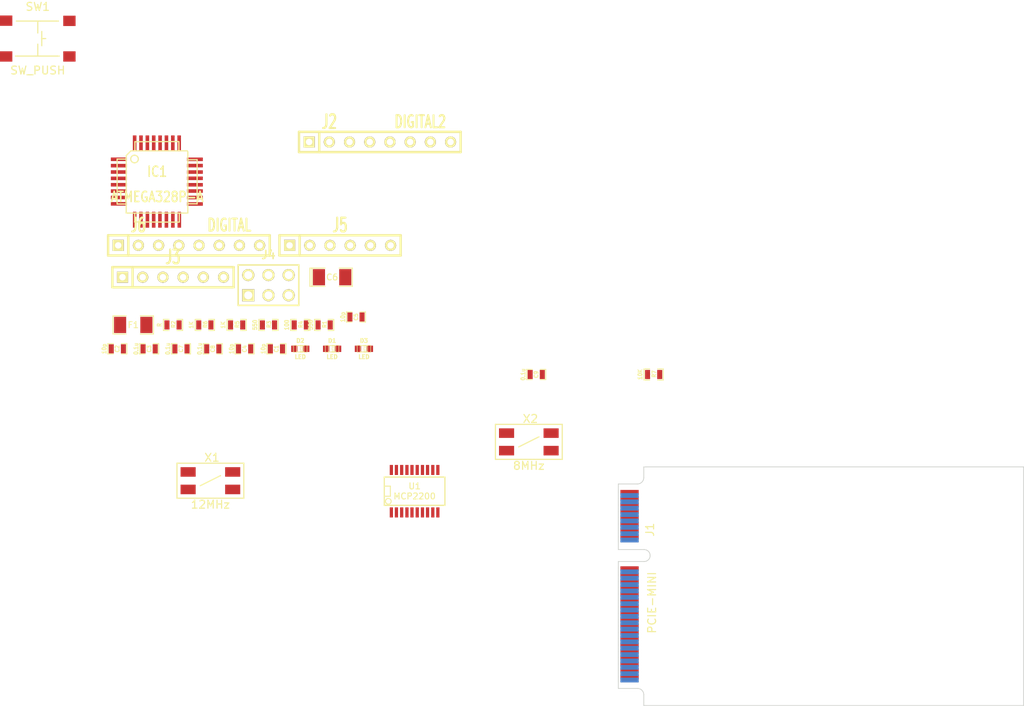
<source format=kicad_pcb>
(kicad_pcb (version 3) (host pcbnew "(2013-may-18)-stable")

  (general
    (links 101)
    (no_connects 101)
    (area 133.929999 85.789999 184.980001 115.890001)
    (thickness 1.6)
    (drawings 15)
    (tracks 0)
    (zones 0)
    (modules 31)
    (nets 41)
  )

  (page A3)
  (layers
    (15 F.Cu signal)
    (0 B.Cu signal)
    (16 B.Adhes user)
    (17 F.Adhes user)
    (18 B.Paste user)
    (19 F.Paste user)
    (20 B.SilkS user)
    (21 F.SilkS user)
    (22 B.Mask user)
    (23 F.Mask user)
    (24 Dwgs.User user)
    (25 Cmts.User user)
    (26 Eco1.User user)
    (27 Eco2.User user)
    (28 Edge.Cuts user)
  )

  (setup
    (last_trace_width 0.254)
    (trace_clearance 0.254)
    (zone_clearance 0.508)
    (zone_45_only no)
    (trace_min 0.254)
    (segment_width 0.2)
    (edge_width 0.1)
    (via_size 0.889)
    (via_drill 0.635)
    (via_min_size 0.889)
    (via_min_drill 0.508)
    (uvia_size 0.508)
    (uvia_drill 0.127)
    (uvias_allowed no)
    (uvia_min_size 0.508)
    (uvia_min_drill 0.127)
    (pcb_text_width 0.3)
    (pcb_text_size 1.5 1.5)
    (mod_edge_width 0.15)
    (mod_text_size 1 1)
    (mod_text_width 0.15)
    (pad_size 2.3 0.6)
    (pad_drill 0)
    (pad_to_mask_clearance 0)
    (aux_axis_origin 0 0)
    (visible_elements FFFFFFBF)
    (pcbplotparams
      (layerselection 3178497)
      (usegerberextensions true)
      (excludeedgelayer true)
      (linewidth 0.150000)
      (plotframeref false)
      (viasonmask false)
      (mode 1)
      (useauxorigin false)
      (hpglpennumber 1)
      (hpglpenspeed 20)
      (hpglpendiameter 15)
      (hpglpenoverlay 2)
      (psnegative false)
      (psa4output false)
      (plotreference true)
      (plotvalue true)
      (plotothertext true)
      (plotinvisibletext false)
      (padsonsilk false)
      (subtractmaskfromsilk false)
      (outputformat 1)
      (mirror false)
      (drillshape 1)
      (scaleselection 1)
      (outputdirectory ""))
  )

  (net 0 "")
  (net 1 /A0)
  (net 2 /A1)
  (net 3 /A2)
  (net 4 /A3)
  (net 5 /A4)
  (net 6 /A5)
  (net 7 /AREF)
  (net 8 /D10)
  (net 9 /D11/MOSI)
  (net 10 /D12/MISO)
  (net 11 /D13/SCK)
  (net 12 /D2)
  (net 13 /D3)
  (net 14 /D4)
  (net 15 /D5)
  (net 16 /D6)
  (net 17 /D7)
  (net 18 /D8)
  (net 19 /D9)
  (net 20 /DTR)
  (net 21 /RESET)
  (net 22 /RXI)
  (net 23 /TXO)
  (net 24 /USB_M)
  (net 25 /USB_P)
  (net 26 GND)
  (net 27 N-000001)
  (net 28 N-000002)
  (net 29 N-0000047)
  (net 30 N-0000048)
  (net 31 N-0000049)
  (net 32 N-0000057)
  (net 33 N-0000058)
  (net 34 N-0000059)
  (net 35 N-0000061)
  (net 36 N-0000062)
  (net 37 N-0000064)
  (net 38 N-0000085)
  (net 39 N-0000086)
  (net 40 VCC)

  (net_class Default "This is the default net class."
    (clearance 0.254)
    (trace_width 0.254)
    (via_dia 0.889)
    (via_drill 0.635)
    (uvia_dia 0.508)
    (uvia_drill 0.127)
    (add_net "")
    (add_net /A0)
    (add_net /A1)
    (add_net /A2)
    (add_net /A3)
    (add_net /A4)
    (add_net /A5)
    (add_net /AREF)
    (add_net /D10)
    (add_net /D11/MOSI)
    (add_net /D12/MISO)
    (add_net /D13/SCK)
    (add_net /D2)
    (add_net /D3)
    (add_net /D4)
    (add_net /D5)
    (add_net /D6)
    (add_net /D7)
    (add_net /D8)
    (add_net /D9)
    (add_net /DTR)
    (add_net /RESET)
    (add_net /RXI)
    (add_net /TXO)
    (add_net /USB_M)
    (add_net /USB_P)
    (add_net GND)
    (add_net N-000001)
    (add_net N-000002)
    (add_net N-0000047)
    (add_net N-0000048)
    (add_net N-0000049)
    (add_net N-0000057)
    (add_net N-0000058)
    (add_net N-0000059)
    (add_net N-0000061)
    (add_net N-0000062)
    (add_net N-0000064)
    (add_net N-0000085)
    (add_net N-0000086)
    (add_net VCC)
  )

  (module TQFP32 (layer F.Cu) (tedit 43A670DA) (tstamp 5437A2D5)
    (at 76 50)
    (path /53F6042B)
    (fp_text reference IC1 (at 0 -1.27) (layer F.SilkS)
      (effects (font (size 1.27 1.016) (thickness 0.2032)))
    )
    (fp_text value ATMEGA328P-A (at 0 1.905) (layer F.SilkS)
      (effects (font (size 1.27 1.016) (thickness 0.2032)))
    )
    (fp_line (start 5.0292 2.7686) (end 3.8862 2.7686) (layer F.SilkS) (width 0.1524))
    (fp_line (start 5.0292 -2.7686) (end 3.9116 -2.7686) (layer F.SilkS) (width 0.1524))
    (fp_line (start 5.0292 2.7686) (end 5.0292 -2.7686) (layer F.SilkS) (width 0.1524))
    (fp_line (start 2.794 3.9624) (end 2.794 5.0546) (layer F.SilkS) (width 0.1524))
    (fp_line (start -2.8194 3.9878) (end -2.8194 5.0546) (layer F.SilkS) (width 0.1524))
    (fp_line (start -2.8448 5.0546) (end 2.794 5.08) (layer F.SilkS) (width 0.1524))
    (fp_line (start -2.794 -5.0292) (end 2.7178 -5.0546) (layer F.SilkS) (width 0.1524))
    (fp_line (start -3.8862 -3.2766) (end -3.8862 3.9116) (layer F.SilkS) (width 0.1524))
    (fp_line (start 2.7432 -5.0292) (end 2.7432 -3.9878) (layer F.SilkS) (width 0.1524))
    (fp_line (start -3.2512 -3.8862) (end 3.81 -3.8862) (layer F.SilkS) (width 0.1524))
    (fp_line (start 3.8608 3.937) (end 3.8608 -3.7846) (layer F.SilkS) (width 0.1524))
    (fp_line (start -3.8862 3.937) (end 3.7338 3.937) (layer F.SilkS) (width 0.1524))
    (fp_line (start -5.0292 -2.8448) (end -5.0292 2.794) (layer F.SilkS) (width 0.1524))
    (fp_line (start -5.0292 2.794) (end -3.8862 2.794) (layer F.SilkS) (width 0.1524))
    (fp_line (start -3.87604 -3.302) (end -3.29184 -3.8862) (layer F.SilkS) (width 0.1524))
    (fp_line (start -5.02412 -2.8448) (end -3.87604 -2.8448) (layer F.SilkS) (width 0.1524))
    (fp_line (start -2.794 -3.8862) (end -2.794 -5.03428) (layer F.SilkS) (width 0.1524))
    (fp_circle (center -2.83972 -2.86004) (end -2.43332 -2.60604) (layer F.SilkS) (width 0.1524))
    (pad 8 smd rect (at -4.81584 2.77622) (size 1.99898 0.44958)
      (layers F.Cu F.Paste F.Mask)
      (net 27 N-000001)
    )
    (pad 7 smd rect (at -4.81584 1.97612) (size 1.99898 0.44958)
      (layers F.Cu F.Paste F.Mask)
      (net 28 N-000002)
    )
    (pad 6 smd rect (at -4.81584 1.17602) (size 1.99898 0.44958)
      (layers F.Cu F.Paste F.Mask)
      (net 40 VCC)
    )
    (pad 5 smd rect (at -4.81584 0.37592) (size 1.99898 0.44958)
      (layers F.Cu F.Paste F.Mask)
      (net 26 GND)
    )
    (pad 4 smd rect (at -4.81584 -0.42418) (size 1.99898 0.44958)
      (layers F.Cu F.Paste F.Mask)
      (net 40 VCC)
    )
    (pad 3 smd rect (at -4.81584 -1.22428) (size 1.99898 0.44958)
      (layers F.Cu F.Paste F.Mask)
      (net 26 GND)
    )
    (pad 2 smd rect (at -4.81584 -2.02438) (size 1.99898 0.44958)
      (layers F.Cu F.Paste F.Mask)
      (net 14 /D4)
    )
    (pad 1 smd rect (at -4.81584 -2.82448) (size 1.99898 0.44958)
      (layers F.Cu F.Paste F.Mask)
      (net 13 /D3)
    )
    (pad 24 smd rect (at 4.7498 -2.8194) (size 1.99898 0.44958)
      (layers F.Cu F.Paste F.Mask)
      (net 2 /A1)
    )
    (pad 17 smd rect (at 4.7498 2.794) (size 1.99898 0.44958)
      (layers F.Cu F.Paste F.Mask)
      (net 11 /D13/SCK)
    )
    (pad 18 smd rect (at 4.7498 1.9812) (size 1.99898 0.44958)
      (layers F.Cu F.Paste F.Mask)
      (net 40 VCC)
    )
    (pad 19 smd rect (at 4.7498 1.1684) (size 1.99898 0.44958)
      (layers F.Cu F.Paste F.Mask)
    )
    (pad 20 smd rect (at 4.7498 0.381) (size 1.99898 0.44958)
      (layers F.Cu F.Paste F.Mask)
      (net 7 /AREF)
    )
    (pad 21 smd rect (at 4.7498 -0.4318) (size 1.99898 0.44958)
      (layers F.Cu F.Paste F.Mask)
      (net 26 GND)
    )
    (pad 22 smd rect (at 4.7498 -1.2192) (size 1.99898 0.44958)
      (layers F.Cu F.Paste F.Mask)
    )
    (pad 23 smd rect (at 4.7498 -2.032) (size 1.99898 0.44958)
      (layers F.Cu F.Paste F.Mask)
      (net 1 /A0)
    )
    (pad 32 smd rect (at -2.82448 -4.826) (size 0.44958 1.99898)
      (layers F.Cu F.Paste F.Mask)
      (net 12 /D2)
    )
    (pad 31 smd rect (at -2.02692 -4.826) (size 0.44958 1.99898)
      (layers F.Cu F.Paste F.Mask)
      (net 23 /TXO)
    )
    (pad 30 smd rect (at -1.22428 -4.826) (size 0.44958 1.99898)
      (layers F.Cu F.Paste F.Mask)
      (net 22 /RXI)
    )
    (pad 29 smd rect (at -0.42672 -4.826) (size 0.44958 1.99898)
      (layers F.Cu F.Paste F.Mask)
      (net 21 /RESET)
    )
    (pad 28 smd rect (at 0.37592 -4.826) (size 0.44958 1.99898)
      (layers F.Cu F.Paste F.Mask)
      (net 6 /A5)
    )
    (pad 27 smd rect (at 1.17348 -4.826) (size 0.44958 1.99898)
      (layers F.Cu F.Paste F.Mask)
      (net 5 /A4)
    )
    (pad 26 smd rect (at 1.97612 -4.826) (size 0.44958 1.99898)
      (layers F.Cu F.Paste F.Mask)
      (net 4 /A3)
    )
    (pad 25 smd rect (at 2.77368 -4.826) (size 0.44958 1.99898)
      (layers F.Cu F.Paste F.Mask)
      (net 3 /A2)
    )
    (pad 9 smd rect (at -2.8194 4.7752) (size 0.44958 1.99898)
      (layers F.Cu F.Paste F.Mask)
      (net 15 /D5)
    )
    (pad 10 smd rect (at -2.032 4.7752) (size 0.44958 1.99898)
      (layers F.Cu F.Paste F.Mask)
      (net 16 /D6)
    )
    (pad 11 smd rect (at -1.2192 4.7752) (size 0.44958 1.99898)
      (layers F.Cu F.Paste F.Mask)
      (net 17 /D7)
    )
    (pad 12 smd rect (at -0.4318 4.7752) (size 0.44958 1.99898)
      (layers F.Cu F.Paste F.Mask)
      (net 18 /D8)
    )
    (pad 13 smd rect (at 0.3556 4.7752) (size 0.44958 1.99898)
      (layers F.Cu F.Paste F.Mask)
      (net 19 /D9)
    )
    (pad 14 smd rect (at 1.1684 4.7752) (size 0.44958 1.99898)
      (layers F.Cu F.Paste F.Mask)
      (net 8 /D10)
    )
    (pad 15 smd rect (at 1.9812 4.7752) (size 0.44958 1.99898)
      (layers F.Cu F.Paste F.Mask)
      (net 9 /D11/MOSI)
    )
    (pad 16 smd rect (at 2.794 4.7752) (size 0.44958 1.99898)
      (layers F.Cu F.Paste F.Mask)
      (net 10 /D12/MISO)
    )
    (model smd/tqfp32.wrl
      (at (xyz 0 0 0))
      (scale (xyz 1 1 1))
      (rotate (xyz 0 0 0))
    )
  )

  (module SM1206POL (layer F.Cu) (tedit 42806E4C) (tstamp 5437A30C)
    (at 98 62)
    (path /53FA01C2)
    (attr smd)
    (fp_text reference C6 (at 0 0) (layer F.SilkS)
      (effects (font (size 0.762 0.762) (thickness 0.127)))
    )
    (fp_text value 10u (at 0 0) (layer F.SilkS) hide
      (effects (font (size 0.762 0.762) (thickness 0.127)))
    )
    (fp_line (start -2.54 -1.143) (end -2.794 -1.143) (layer F.SilkS) (width 0.127))
    (fp_line (start -2.794 -1.143) (end -2.794 1.143) (layer F.SilkS) (width 0.127))
    (fp_line (start -2.794 1.143) (end -2.54 1.143) (layer F.SilkS) (width 0.127))
    (fp_line (start -2.54 -1.143) (end -2.54 1.143) (layer F.SilkS) (width 0.127))
    (fp_line (start -2.54 1.143) (end -0.889 1.143) (layer F.SilkS) (width 0.127))
    (fp_line (start 0.889 -1.143) (end 2.54 -1.143) (layer F.SilkS) (width 0.127))
    (fp_line (start 2.54 -1.143) (end 2.54 1.143) (layer F.SilkS) (width 0.127))
    (fp_line (start 2.54 1.143) (end 0.889 1.143) (layer F.SilkS) (width 0.127))
    (fp_line (start -0.889 -1.143) (end -2.54 -1.143) (layer F.SilkS) (width 0.127))
    (pad 1 smd rect (at -1.651 0) (size 1.524 2.032)
      (layers F.Cu F.Paste F.Mask)
      (net 40 VCC)
    )
    (pad 2 smd rect (at 1.651 0) (size 1.524 2.032)
      (layers F.Cu F.Paste F.Mask)
      (net 26 GND)
    )
    (model smd/chip_cms_pol.wrl
      (at (xyz 0 0 0))
      (scale (xyz 0.17 0.16 0.16))
      (rotate (xyz 0 0 0))
    )
  )

  (module SM1206 (layer F.Cu) (tedit 42806E24) (tstamp 5437A318)
    (at 73 68)
    (path /53F9F576)
    (attr smd)
    (fp_text reference F1 (at 0 0) (layer F.SilkS)
      (effects (font (size 0.762 0.762) (thickness 0.127)))
    )
    (fp_text value FUSE (at 0 0) (layer F.SilkS) hide
      (effects (font (size 0.762 0.762) (thickness 0.127)))
    )
    (fp_line (start -2.54 -1.143) (end -2.54 1.143) (layer F.SilkS) (width 0.127))
    (fp_line (start -2.54 1.143) (end -0.889 1.143) (layer F.SilkS) (width 0.127))
    (fp_line (start 0.889 -1.143) (end 2.54 -1.143) (layer F.SilkS) (width 0.127))
    (fp_line (start 2.54 -1.143) (end 2.54 1.143) (layer F.SilkS) (width 0.127))
    (fp_line (start 2.54 1.143) (end 0.889 1.143) (layer F.SilkS) (width 0.127))
    (fp_line (start -0.889 -1.143) (end -2.54 -1.143) (layer F.SilkS) (width 0.127))
    (pad 1 smd rect (at -1.651 0) (size 1.524 2.032)
      (layers F.Cu F.Paste F.Mask)
      (net 37 N-0000064)
    )
    (pad 2 smd rect (at 1.651 0) (size 1.524 2.032)
      (layers F.Cu F.Paste F.Mask)
      (net 40 VCC)
    )
    (model smd/chip_cms.wrl
      (at (xyz 0 0 0))
      (scale (xyz 0.17 0.16 0.16))
      (rotate (xyz 0 0 0))
    )
  )

  (module SM0603_Resistor (layer F.Cu) (tedit 5051B21B) (tstamp 5437A324)
    (at 78 68)
    (path /549E6F7D)
    (attr smd)
    (fp_text reference R2 (at 0.0635 -0.0635 90) (layer F.SilkS)
      (effects (font (size 0.50038 0.4572) (thickness 0.1143)))
    )
    (fp_text value R (at -1.69926 0 90) (layer F.SilkS)
      (effects (font (size 0.508 0.4572) (thickness 0.1143)))
    )
    (fp_line (start -0.50038 -0.6985) (end -1.2065 -0.6985) (layer F.SilkS) (width 0.127))
    (fp_line (start -1.2065 -0.6985) (end -1.2065 0.6985) (layer F.SilkS) (width 0.127))
    (fp_line (start -1.2065 0.6985) (end -0.50038 0.6985) (layer F.SilkS) (width 0.127))
    (fp_line (start 1.2065 -0.6985) (end 0.50038 -0.6985) (layer F.SilkS) (width 0.127))
    (fp_line (start 1.2065 -0.6985) (end 1.2065 0.6985) (layer F.SilkS) (width 0.127))
    (fp_line (start 1.2065 0.6985) (end 0.50038 0.6985) (layer F.SilkS) (width 0.127))
    (pad 1 smd rect (at -0.762 0) (size 0.635 1.143)
      (layers F.Cu F.Paste F.Mask)
      (net 40 VCC)
    )
    (pad 2 smd rect (at 0.762 0) (size 0.635 1.143)
      (layers F.Cu F.Paste F.Mask)
      (net 31 N-0000049)
    )
    (model smd\resistors\R0603.wrl
      (at (xyz 0 0 0.001))
      (scale (xyz 0.5 0.5 0.5))
      (rotate (xyz 0 0 0))
    )
  )

  (module SM0603_Resistor (layer F.Cu) (tedit 5051B21B) (tstamp 5437A330)
    (at 82 68)
    (path /53FA041F)
    (attr smd)
    (fp_text reference R6 (at 0.0635 -0.0635 90) (layer F.SilkS)
      (effects (font (size 0.50038 0.4572) (thickness 0.1143)))
    )
    (fp_text value 1K (at -1.69926 0 90) (layer F.SilkS)
      (effects (font (size 0.508 0.4572) (thickness 0.1143)))
    )
    (fp_line (start -0.50038 -0.6985) (end -1.2065 -0.6985) (layer F.SilkS) (width 0.127))
    (fp_line (start -1.2065 -0.6985) (end -1.2065 0.6985) (layer F.SilkS) (width 0.127))
    (fp_line (start -1.2065 0.6985) (end -0.50038 0.6985) (layer F.SilkS) (width 0.127))
    (fp_line (start 1.2065 -0.6985) (end 0.50038 -0.6985) (layer F.SilkS) (width 0.127))
    (fp_line (start 1.2065 -0.6985) (end 1.2065 0.6985) (layer F.SilkS) (width 0.127))
    (fp_line (start 1.2065 0.6985) (end 0.50038 0.6985) (layer F.SilkS) (width 0.127))
    (pad 1 smd rect (at -0.762 0) (size 0.635 1.143)
      (layers F.Cu F.Paste F.Mask)
      (net 23 /TXO)
    )
    (pad 2 smd rect (at 0.762 0) (size 0.635 1.143)
      (layers F.Cu F.Paste F.Mask)
      (net 38 N-0000085)
    )
    (model smd\resistors\R0603.wrl
      (at (xyz 0 0 0.001))
      (scale (xyz 0.5 0.5 0.5))
      (rotate (xyz 0 0 0))
    )
  )

  (module SM0603_Resistor (layer F.Cu) (tedit 5051B21B) (tstamp 5437A33C)
    (at 86 68)
    (path /53FA0410)
    (attr smd)
    (fp_text reference R5 (at 0.0635 -0.0635 90) (layer F.SilkS)
      (effects (font (size 0.50038 0.4572) (thickness 0.1143)))
    )
    (fp_text value 1K (at -1.69926 0 90) (layer F.SilkS)
      (effects (font (size 0.508 0.4572) (thickness 0.1143)))
    )
    (fp_line (start -0.50038 -0.6985) (end -1.2065 -0.6985) (layer F.SilkS) (width 0.127))
    (fp_line (start -1.2065 -0.6985) (end -1.2065 0.6985) (layer F.SilkS) (width 0.127))
    (fp_line (start -1.2065 0.6985) (end -0.50038 0.6985) (layer F.SilkS) (width 0.127))
    (fp_line (start 1.2065 -0.6985) (end 0.50038 -0.6985) (layer F.SilkS) (width 0.127))
    (fp_line (start 1.2065 -0.6985) (end 1.2065 0.6985) (layer F.SilkS) (width 0.127))
    (fp_line (start 1.2065 0.6985) (end 0.50038 0.6985) (layer F.SilkS) (width 0.127))
    (pad 1 smd rect (at -0.762 0) (size 0.635 1.143)
      (layers F.Cu F.Paste F.Mask)
      (net 22 /RXI)
    )
    (pad 2 smd rect (at 0.762 0) (size 0.635 1.143)
      (layers F.Cu F.Paste F.Mask)
      (net 39 N-0000086)
    )
    (model smd\resistors\R0603.wrl
      (at (xyz 0 0 0.001))
      (scale (xyz 0.5 0.5 0.5))
      (rotate (xyz 0 0 0))
    )
  )

  (module SM0603_Resistor (layer F.Cu) (tedit 5051B21B) (tstamp 5437A348)
    (at 90 68)
    (path /549E7788)
    (attr smd)
    (fp_text reference R3 (at 0.0635 -0.0635 90) (layer F.SilkS)
      (effects (font (size 0.50038 0.4572) (thickness 0.1143)))
    )
    (fp_text value 550 (at -1.69926 0 90) (layer F.SilkS)
      (effects (font (size 0.508 0.4572) (thickness 0.1143)))
    )
    (fp_line (start -0.50038 -0.6985) (end -1.2065 -0.6985) (layer F.SilkS) (width 0.127))
    (fp_line (start -1.2065 -0.6985) (end -1.2065 0.6985) (layer F.SilkS) (width 0.127))
    (fp_line (start -1.2065 0.6985) (end -0.50038 0.6985) (layer F.SilkS) (width 0.127))
    (fp_line (start 1.2065 -0.6985) (end 0.50038 -0.6985) (layer F.SilkS) (width 0.127))
    (fp_line (start 1.2065 -0.6985) (end 1.2065 0.6985) (layer F.SilkS) (width 0.127))
    (fp_line (start 1.2065 0.6985) (end 0.50038 0.6985) (layer F.SilkS) (width 0.127))
    (pad 1 smd rect (at -0.762 0) (size 0.635 1.143)
      (layers F.Cu F.Paste F.Mask)
      (net 33 N-0000058)
    )
    (pad 2 smd rect (at 0.762 0) (size 0.635 1.143)
      (layers F.Cu F.Paste F.Mask)
      (net 40 VCC)
    )
    (model smd\resistors\R0603.wrl
      (at (xyz 0 0 0.001))
      (scale (xyz 0.5 0.5 0.5))
      (rotate (xyz 0 0 0))
    )
  )

  (module SM0603_Resistor (layer F.Cu) (tedit 5051B21B) (tstamp 5437A354)
    (at 94 68)
    (path /53FA0DC3)
    (attr smd)
    (fp_text reference R4 (at 0.0635 -0.0635 90) (layer F.SilkS)
      (effects (font (size 0.50038 0.4572) (thickness 0.1143)))
    )
    (fp_text value 100 (at -1.69926 0 90) (layer F.SilkS)
      (effects (font (size 0.508 0.4572) (thickness 0.1143)))
    )
    (fp_line (start -0.50038 -0.6985) (end -1.2065 -0.6985) (layer F.SilkS) (width 0.127))
    (fp_line (start -1.2065 -0.6985) (end -1.2065 0.6985) (layer F.SilkS) (width 0.127))
    (fp_line (start -1.2065 0.6985) (end -0.50038 0.6985) (layer F.SilkS) (width 0.127))
    (fp_line (start 1.2065 -0.6985) (end 0.50038 -0.6985) (layer F.SilkS) (width 0.127))
    (fp_line (start 1.2065 -0.6985) (end 1.2065 0.6985) (layer F.SilkS) (width 0.127))
    (fp_line (start 1.2065 0.6985) (end 0.50038 0.6985) (layer F.SilkS) (width 0.127))
    (pad 1 smd rect (at -0.762 0) (size 0.635 1.143)
      (layers F.Cu F.Paste F.Mask)
      (net 11 /D13/SCK)
    )
    (pad 2 smd rect (at 0.762 0) (size 0.635 1.143)
      (layers F.Cu F.Paste F.Mask)
      (net 34 N-0000059)
    )
    (model smd\resistors\R0603.wrl
      (at (xyz 0 0 0.001))
      (scale (xyz 0.5 0.5 0.5))
      (rotate (xyz 0 0 0))
    )
  )

  (module SM0603_Resistor (layer F.Cu) (tedit 5051B21B) (tstamp 5437A360)
    (at 97 68)
    (path /549E7779)
    (attr smd)
    (fp_text reference R1 (at 0.0635 -0.0635 90) (layer F.SilkS)
      (effects (font (size 0.50038 0.4572) (thickness 0.1143)))
    )
    (fp_text value 550 (at -1.69926 0 90) (layer F.SilkS)
      (effects (font (size 0.508 0.4572) (thickness 0.1143)))
    )
    (fp_line (start -0.50038 -0.6985) (end -1.2065 -0.6985) (layer F.SilkS) (width 0.127))
    (fp_line (start -1.2065 -0.6985) (end -1.2065 0.6985) (layer F.SilkS) (width 0.127))
    (fp_line (start -1.2065 0.6985) (end -0.50038 0.6985) (layer F.SilkS) (width 0.127))
    (fp_line (start 1.2065 -0.6985) (end 0.50038 -0.6985) (layer F.SilkS) (width 0.127))
    (fp_line (start 1.2065 -0.6985) (end 1.2065 0.6985) (layer F.SilkS) (width 0.127))
    (fp_line (start 1.2065 0.6985) (end 0.50038 0.6985) (layer F.SilkS) (width 0.127))
    (pad 1 smd rect (at -0.762 0) (size 0.635 1.143)
      (layers F.Cu F.Paste F.Mask)
      (net 32 N-0000057)
    )
    (pad 2 smd rect (at 0.762 0) (size 0.635 1.143)
      (layers F.Cu F.Paste F.Mask)
      (net 40 VCC)
    )
    (model smd\resistors\R0603.wrl
      (at (xyz 0 0 0.001))
      (scale (xyz 0.5 0.5 0.5))
      (rotate (xyz 0 0 0))
    )
  )

  (module SM0603_Capa (layer F.Cu) (tedit 5051B1EC) (tstamp 5437A36C)
    (at 91 71)
    (path /549E716D)
    (attr smd)
    (fp_text reference C1 (at 0 0 90) (layer F.SilkS)
      (effects (font (size 0.508 0.4572) (thickness 0.1143)))
    )
    (fp_text value 10p (at -1.651 0 90) (layer F.SilkS)
      (effects (font (size 0.508 0.4572) (thickness 0.1143)))
    )
    (fp_line (start 0.50038 0.65024) (end 1.19888 0.65024) (layer F.SilkS) (width 0.11938))
    (fp_line (start -0.50038 0.65024) (end -1.19888 0.65024) (layer F.SilkS) (width 0.11938))
    (fp_line (start 0.50038 -0.65024) (end 1.19888 -0.65024) (layer F.SilkS) (width 0.11938))
    (fp_line (start -1.19888 -0.65024) (end -0.50038 -0.65024) (layer F.SilkS) (width 0.11938))
    (fp_line (start 1.19888 -0.635) (end 1.19888 0.635) (layer F.SilkS) (width 0.11938))
    (fp_line (start -1.19888 0.635) (end -1.19888 -0.635) (layer F.SilkS) (width 0.11938))
    (pad 1 smd rect (at -0.762 0) (size 0.635 1.143)
      (layers F.Cu F.Paste F.Mask)
      (net 35 N-0000061)
    )
    (pad 2 smd rect (at 0.762 0) (size 0.635 1.143)
      (layers F.Cu F.Paste F.Mask)
      (net 26 GND)
    )
    (model smd\capacitors\C0603.wrl
      (at (xyz 0 0 0.001))
      (scale (xyz 0.5 0.5 0.5))
      (rotate (xyz 0 0 0))
    )
  )

  (module SM0603_Capa (layer F.Cu) (tedit 5051B1EC) (tstamp 5437A378)
    (at 87 71)
    (path /53F606AD)
    (attr smd)
    (fp_text reference C4 (at 0 0 90) (layer F.SilkS)
      (effects (font (size 0.508 0.4572) (thickness 0.1143)))
    )
    (fp_text value 10p (at -1.651 0 90) (layer F.SilkS)
      (effects (font (size 0.508 0.4572) (thickness 0.1143)))
    )
    (fp_line (start 0.50038 0.65024) (end 1.19888 0.65024) (layer F.SilkS) (width 0.11938))
    (fp_line (start -0.50038 0.65024) (end -1.19888 0.65024) (layer F.SilkS) (width 0.11938))
    (fp_line (start 0.50038 -0.65024) (end 1.19888 -0.65024) (layer F.SilkS) (width 0.11938))
    (fp_line (start -1.19888 -0.65024) (end -0.50038 -0.65024) (layer F.SilkS) (width 0.11938))
    (fp_line (start 1.19888 -0.635) (end 1.19888 0.635) (layer F.SilkS) (width 0.11938))
    (fp_line (start -1.19888 0.635) (end -1.19888 -0.635) (layer F.SilkS) (width 0.11938))
    (pad 1 smd rect (at -0.762 0) (size 0.635 1.143)
      (layers F.Cu F.Paste F.Mask)
      (net 28 N-000002)
    )
    (pad 2 smd rect (at 0.762 0) (size 0.635 1.143)
      (layers F.Cu F.Paste F.Mask)
      (net 26 GND)
    )
    (model smd\capacitors\C0603.wrl
      (at (xyz 0 0 0.001))
      (scale (xyz 0.5 0.5 0.5))
      (rotate (xyz 0 0 0))
    )
  )

  (module SM0603_Capa (layer F.Cu) (tedit 5051B1EC) (tstamp 5437A384)
    (at 101 67)
    (path /53F606BC)
    (attr smd)
    (fp_text reference C5 (at 0 0 90) (layer F.SilkS)
      (effects (font (size 0.508 0.4572) (thickness 0.1143)))
    )
    (fp_text value 10p (at -1.651 0 90) (layer F.SilkS)
      (effects (font (size 0.508 0.4572) (thickness 0.1143)))
    )
    (fp_line (start 0.50038 0.65024) (end 1.19888 0.65024) (layer F.SilkS) (width 0.11938))
    (fp_line (start -0.50038 0.65024) (end -1.19888 0.65024) (layer F.SilkS) (width 0.11938))
    (fp_line (start 0.50038 -0.65024) (end 1.19888 -0.65024) (layer F.SilkS) (width 0.11938))
    (fp_line (start -1.19888 -0.65024) (end -0.50038 -0.65024) (layer F.SilkS) (width 0.11938))
    (fp_line (start 1.19888 -0.635) (end 1.19888 0.635) (layer F.SilkS) (width 0.11938))
    (fp_line (start -1.19888 0.635) (end -1.19888 -0.635) (layer F.SilkS) (width 0.11938))
    (pad 1 smd rect (at -0.762 0) (size 0.635 1.143)
      (layers F.Cu F.Paste F.Mask)
      (net 27 N-000001)
    )
    (pad 2 smd rect (at 0.762 0) (size 0.635 1.143)
      (layers F.Cu F.Paste F.Mask)
      (net 26 GND)
    )
    (model smd\capacitors\C0603.wrl
      (at (xyz 0 0 0.001))
      (scale (xyz 0.5 0.5 0.5))
      (rotate (xyz 0 0 0))
    )
  )

  (module SM0603_Capa (layer F.Cu) (tedit 5051B1EC) (tstamp 5437A390)
    (at 83 71)
    (path /53F60A95)
    (attr smd)
    (fp_text reference C8 (at 0 0 90) (layer F.SilkS)
      (effects (font (size 0.508 0.4572) (thickness 0.1143)))
    )
    (fp_text value 0.1u (at -1.651 0 90) (layer F.SilkS)
      (effects (font (size 0.508 0.4572) (thickness 0.1143)))
    )
    (fp_line (start 0.50038 0.65024) (end 1.19888 0.65024) (layer F.SilkS) (width 0.11938))
    (fp_line (start -0.50038 0.65024) (end -1.19888 0.65024) (layer F.SilkS) (width 0.11938))
    (fp_line (start 0.50038 -0.65024) (end 1.19888 -0.65024) (layer F.SilkS) (width 0.11938))
    (fp_line (start -1.19888 -0.65024) (end -0.50038 -0.65024) (layer F.SilkS) (width 0.11938))
    (fp_line (start 1.19888 -0.635) (end 1.19888 0.635) (layer F.SilkS) (width 0.11938))
    (fp_line (start -1.19888 0.635) (end -1.19888 -0.635) (layer F.SilkS) (width 0.11938))
    (pad 1 smd rect (at -0.762 0) (size 0.635 1.143)
      (layers F.Cu F.Paste F.Mask)
      (net 21 /RESET)
    )
    (pad 2 smd rect (at 0.762 0) (size 0.635 1.143)
      (layers F.Cu F.Paste F.Mask)
      (net 20 /DTR)
    )
    (model smd\capacitors\C0603.wrl
      (at (xyz 0 0 0.001))
      (scale (xyz 0.5 0.5 0.5))
      (rotate (xyz 0 0 0))
    )
  )

  (module SM0603_Capa (layer F.Cu) (tedit 5051B1EC) (tstamp 5437A39C)
    (at 79 71)
    (path /53FA001F)
    (attr smd)
    (fp_text reference C7 (at 0 0 90) (layer F.SilkS)
      (effects (font (size 0.508 0.4572) (thickness 0.1143)))
    )
    (fp_text value 0.1u (at -1.651 0 90) (layer F.SilkS)
      (effects (font (size 0.508 0.4572) (thickness 0.1143)))
    )
    (fp_line (start 0.50038 0.65024) (end 1.19888 0.65024) (layer F.SilkS) (width 0.11938))
    (fp_line (start -0.50038 0.65024) (end -1.19888 0.65024) (layer F.SilkS) (width 0.11938))
    (fp_line (start 0.50038 -0.65024) (end 1.19888 -0.65024) (layer F.SilkS) (width 0.11938))
    (fp_line (start -1.19888 -0.65024) (end -0.50038 -0.65024) (layer F.SilkS) (width 0.11938))
    (fp_line (start 1.19888 -0.635) (end 1.19888 0.635) (layer F.SilkS) (width 0.11938))
    (fp_line (start -1.19888 0.635) (end -1.19888 -0.635) (layer F.SilkS) (width 0.11938))
    (pad 1 smd rect (at -0.762 0) (size 0.635 1.143)
      (layers F.Cu F.Paste F.Mask)
      (net 40 VCC)
    )
    (pad 2 smd rect (at 0.762 0) (size 0.635 1.143)
      (layers F.Cu F.Paste F.Mask)
      (net 26 GND)
    )
    (model smd\capacitors\C0603.wrl
      (at (xyz 0 0 0.001))
      (scale (xyz 0.5 0.5 0.5))
      (rotate (xyz 0 0 0))
    )
  )

  (module SM0603_Capa (layer F.Cu) (tedit 5051B1EC) (tstamp 5437A3A8)
    (at 75 71)
    (path /53F60B6F)
    (attr smd)
    (fp_text reference C3 (at 0 0 90) (layer F.SilkS)
      (effects (font (size 0.508 0.4572) (thickness 0.1143)))
    )
    (fp_text value 0.1u (at -1.651 0 90) (layer F.SilkS)
      (effects (font (size 0.508 0.4572) (thickness 0.1143)))
    )
    (fp_line (start 0.50038 0.65024) (end 1.19888 0.65024) (layer F.SilkS) (width 0.11938))
    (fp_line (start -0.50038 0.65024) (end -1.19888 0.65024) (layer F.SilkS) (width 0.11938))
    (fp_line (start 0.50038 -0.65024) (end 1.19888 -0.65024) (layer F.SilkS) (width 0.11938))
    (fp_line (start -1.19888 -0.65024) (end -0.50038 -0.65024) (layer F.SilkS) (width 0.11938))
    (fp_line (start 1.19888 -0.635) (end 1.19888 0.635) (layer F.SilkS) (width 0.11938))
    (fp_line (start -1.19888 0.635) (end -1.19888 -0.635) (layer F.SilkS) (width 0.11938))
    (pad 1 smd rect (at -0.762 0) (size 0.635 1.143)
      (layers F.Cu F.Paste F.Mask)
      (net 7 /AREF)
    )
    (pad 2 smd rect (at 0.762 0) (size 0.635 1.143)
      (layers F.Cu F.Paste F.Mask)
      (net 26 GND)
    )
    (model smd\capacitors\C0603.wrl
      (at (xyz 0 0 0.001))
      (scale (xyz 0.5 0.5 0.5))
      (rotate (xyz 0 0 0))
    )
  )

  (module SM0603_Capa (layer F.Cu) (tedit 5051B1EC) (tstamp 5437A3B4)
    (at 71 71)
    (path /549E717C)
    (attr smd)
    (fp_text reference C2 (at 0 0 90) (layer F.SilkS)
      (effects (font (size 0.508 0.4572) (thickness 0.1143)))
    )
    (fp_text value 10p (at -1.651 0 90) (layer F.SilkS)
      (effects (font (size 0.508 0.4572) (thickness 0.1143)))
    )
    (fp_line (start 0.50038 0.65024) (end 1.19888 0.65024) (layer F.SilkS) (width 0.11938))
    (fp_line (start -0.50038 0.65024) (end -1.19888 0.65024) (layer F.SilkS) (width 0.11938))
    (fp_line (start 0.50038 -0.65024) (end 1.19888 -0.65024) (layer F.SilkS) (width 0.11938))
    (fp_line (start -1.19888 -0.65024) (end -0.50038 -0.65024) (layer F.SilkS) (width 0.11938))
    (fp_line (start 1.19888 -0.635) (end 1.19888 0.635) (layer F.SilkS) (width 0.11938))
    (fp_line (start -1.19888 0.635) (end -1.19888 -0.635) (layer F.SilkS) (width 0.11938))
    (pad 1 smd rect (at -0.762 0) (size 0.635 1.143)
      (layers F.Cu F.Paste F.Mask)
      (net 36 N-0000062)
    )
    (pad 2 smd rect (at 0.762 0) (size 0.635 1.143)
      (layers F.Cu F.Paste F.Mask)
      (net 26 GND)
    )
    (model smd\capacitors\C0603.wrl
      (at (xyz 0 0 0.001))
      (scale (xyz 0.5 0.5 0.5))
      (rotate (xyz 0 0 0))
    )
  )

  (module SIL-8 (layer F.Cu) (tedit 200000) (tstamp 5437A3C5)
    (at 80 58)
    (descr "Connecteur 8 pins")
    (tags "CONN DEV")
    (path /53FA0335)
    (fp_text reference J6 (at -6.35 -2.54) (layer F.SilkS)
      (effects (font (size 1.72974 1.08712) (thickness 0.3048)))
    )
    (fp_text value DIGITAL (at 5.08 -2.54) (layer F.SilkS)
      (effects (font (size 1.524 1.016) (thickness 0.3048)))
    )
    (fp_line (start -10.16 -1.27) (end 10.16 -1.27) (layer F.SilkS) (width 0.3048))
    (fp_line (start 10.16 -1.27) (end 10.16 1.27) (layer F.SilkS) (width 0.3048))
    (fp_line (start 10.16 1.27) (end -10.16 1.27) (layer F.SilkS) (width 0.3048))
    (fp_line (start -10.16 1.27) (end -10.16 -1.27) (layer F.SilkS) (width 0.3048))
    (fp_line (start -7.62 1.27) (end -7.62 -1.27) (layer F.SilkS) (width 0.3048))
    (pad 1 thru_hole rect (at -8.89 0) (size 1.397 1.397) (drill 0.8128)
      (layers *.Cu *.Mask F.SilkS)
      (net 39 N-0000086)
    )
    (pad 2 thru_hole circle (at -6.35 0) (size 1.397 1.397) (drill 0.8128)
      (layers *.Cu *.Mask F.SilkS)
      (net 38 N-0000085)
    )
    (pad 3 thru_hole circle (at -3.81 0) (size 1.397 1.397) (drill 0.8128)
      (layers *.Cu *.Mask F.SilkS)
      (net 12 /D2)
    )
    (pad 4 thru_hole circle (at -1.27 0) (size 1.397 1.397) (drill 0.8128)
      (layers *.Cu *.Mask F.SilkS)
      (net 13 /D3)
    )
    (pad 5 thru_hole circle (at 1.27 0) (size 1.397 1.397) (drill 0.8128)
      (layers *.Cu *.Mask F.SilkS)
      (net 14 /D4)
    )
    (pad 6 thru_hole circle (at 3.81 0) (size 1.397 1.397) (drill 0.8128)
      (layers *.Cu *.Mask F.SilkS)
      (net 15 /D5)
    )
    (pad 7 thru_hole circle (at 6.35 0) (size 1.397 1.397) (drill 0.8128)
      (layers *.Cu *.Mask F.SilkS)
      (net 16 /D6)
    )
    (pad 8 thru_hole circle (at 8.89 0) (size 1.397 1.397) (drill 0.8128)
      (layers *.Cu *.Mask F.SilkS)
      (net 17 /D7)
    )
  )

  (module SIL-8 (layer F.Cu) (tedit 200000) (tstamp 5437A3D6)
    (at 104 45)
    (descr "Connecteur 8 pins")
    (tags "CONN DEV")
    (path /53FA0B08)
    (fp_text reference J2 (at -6.35 -2.54) (layer F.SilkS)
      (effects (font (size 1.72974 1.08712) (thickness 0.3048)))
    )
    (fp_text value DIGITAL2 (at 5.08 -2.54) (layer F.SilkS)
      (effects (font (size 1.524 1.016) (thickness 0.3048)))
    )
    (fp_line (start -10.16 -1.27) (end 10.16 -1.27) (layer F.SilkS) (width 0.3048))
    (fp_line (start 10.16 -1.27) (end 10.16 1.27) (layer F.SilkS) (width 0.3048))
    (fp_line (start 10.16 1.27) (end -10.16 1.27) (layer F.SilkS) (width 0.3048))
    (fp_line (start -10.16 1.27) (end -10.16 -1.27) (layer F.SilkS) (width 0.3048))
    (fp_line (start -7.62 1.27) (end -7.62 -1.27) (layer F.SilkS) (width 0.3048))
    (pad 1 thru_hole rect (at -8.89 0) (size 1.397 1.397) (drill 0.8128)
      (layers *.Cu *.Mask F.SilkS)
      (net 18 /D8)
    )
    (pad 2 thru_hole circle (at -6.35 0) (size 1.397 1.397) (drill 0.8128)
      (layers *.Cu *.Mask F.SilkS)
      (net 19 /D9)
    )
    (pad 3 thru_hole circle (at -3.81 0) (size 1.397 1.397) (drill 0.8128)
      (layers *.Cu *.Mask F.SilkS)
      (net 8 /D10)
    )
    (pad 4 thru_hole circle (at -1.27 0) (size 1.397 1.397) (drill 0.8128)
      (layers *.Cu *.Mask F.SilkS)
      (net 9 /D11/MOSI)
    )
    (pad 5 thru_hole circle (at 1.27 0) (size 1.397 1.397) (drill 0.8128)
      (layers *.Cu *.Mask F.SilkS)
      (net 10 /D12/MISO)
    )
    (pad 6 thru_hole circle (at 3.81 0) (size 1.397 1.397) (drill 0.8128)
      (layers *.Cu *.Mask F.SilkS)
      (net 11 /D13/SCK)
    )
    (pad 7 thru_hole circle (at 6.35 0) (size 1.397 1.397) (drill 0.8128)
      (layers *.Cu *.Mask F.SilkS)
      (net 26 GND)
    )
    (pad 8 thru_hole circle (at 8.89 0) (size 1.397 1.397) (drill 0.8128)
      (layers *.Cu *.Mask F.SilkS)
      (net 7 /AREF)
    )
  )

  (module SIL-6 (layer F.Cu) (tedit 200000) (tstamp 5437A3E5)
    (at 78 62)
    (descr "Connecteur 6 pins")
    (tags "CONN DEV")
    (path /53FA0B3F)
    (fp_text reference J3 (at 0 -2.54) (layer F.SilkS)
      (effects (font (size 1.72974 1.08712) (thickness 0.3048)))
    )
    (fp_text value POWER (at 0 -2.54) (layer F.SilkS) hide
      (effects (font (size 1.524 1.016) (thickness 0.3048)))
    )
    (fp_line (start -7.62 1.27) (end -7.62 -1.27) (layer F.SilkS) (width 0.3048))
    (fp_line (start -7.62 -1.27) (end 7.62 -1.27) (layer F.SilkS) (width 0.3048))
    (fp_line (start 7.62 -1.27) (end 7.62 1.27) (layer F.SilkS) (width 0.3048))
    (fp_line (start 7.62 1.27) (end -7.62 1.27) (layer F.SilkS) (width 0.3048))
    (fp_line (start -5.08 1.27) (end -5.08 -1.27) (layer F.SilkS) (width 0.3048))
    (pad 1 thru_hole rect (at -6.35 0) (size 1.397 1.397) (drill 0.8128)
      (layers *.Cu *.Mask F.SilkS)
      (net 21 /RESET)
    )
    (pad 2 thru_hole circle (at -3.81 0) (size 1.397 1.397) (drill 0.8128)
      (layers *.Cu *.Mask F.SilkS)
      (net 40 VCC)
    )
    (pad 3 thru_hole circle (at -1.27 0) (size 1.397 1.397) (drill 0.8128)
      (layers *.Cu *.Mask F.SilkS)
      (net 40 VCC)
    )
    (pad 4 thru_hole circle (at 1.27 0) (size 1.397 1.397) (drill 0.8128)
      (layers *.Cu *.Mask F.SilkS)
      (net 26 GND)
    )
    (pad 5 thru_hole circle (at 3.81 0) (size 1.397 1.397) (drill 0.8128)
      (layers *.Cu *.Mask F.SilkS)
      (net 26 GND)
    )
    (pad 6 thru_hole circle (at 6.35 0) (size 1.397 1.397) (drill 0.8128)
      (layers *.Cu *.Mask F.SilkS)
      (net 7 /AREF)
    )
  )

  (module SIL-6 (layer F.Cu) (tedit 200000) (tstamp 5437A3F4)
    (at 99 58)
    (descr "Connecteur 6 pins")
    (tags "CONN DEV")
    (path /53FA0301)
    (fp_text reference J5 (at 0 -2.54) (layer F.SilkS)
      (effects (font (size 1.72974 1.08712) (thickness 0.3048)))
    )
    (fp_text value ANALOG (at 0 -2.54) (layer F.SilkS) hide
      (effects (font (size 1.524 1.016) (thickness 0.3048)))
    )
    (fp_line (start -7.62 1.27) (end -7.62 -1.27) (layer F.SilkS) (width 0.3048))
    (fp_line (start -7.62 -1.27) (end 7.62 -1.27) (layer F.SilkS) (width 0.3048))
    (fp_line (start 7.62 -1.27) (end 7.62 1.27) (layer F.SilkS) (width 0.3048))
    (fp_line (start 7.62 1.27) (end -7.62 1.27) (layer F.SilkS) (width 0.3048))
    (fp_line (start -5.08 1.27) (end -5.08 -1.27) (layer F.SilkS) (width 0.3048))
    (pad 1 thru_hole rect (at -6.35 0) (size 1.397 1.397) (drill 0.8128)
      (layers *.Cu *.Mask F.SilkS)
      (net 1 /A0)
    )
    (pad 2 thru_hole circle (at -3.81 0) (size 1.397 1.397) (drill 0.8128)
      (layers *.Cu *.Mask F.SilkS)
      (net 2 /A1)
    )
    (pad 3 thru_hole circle (at -1.27 0) (size 1.397 1.397) (drill 0.8128)
      (layers *.Cu *.Mask F.SilkS)
      (net 3 /A2)
    )
    (pad 4 thru_hole circle (at 1.27 0) (size 1.397 1.397) (drill 0.8128)
      (layers *.Cu *.Mask F.SilkS)
      (net 4 /A3)
    )
    (pad 5 thru_hole circle (at 3.81 0) (size 1.397 1.397) (drill 0.8128)
      (layers *.Cu *.Mask F.SilkS)
      (net 5 /A4)
    )
    (pad 6 thru_hole circle (at 6.35 0) (size 1.397 1.397) (drill 0.8128)
      (layers *.Cu *.Mask F.SilkS)
      (net 6 /A5)
    )
  )

  (module pin_array_3x2 (layer F.Cu) (tedit 42931587) (tstamp 5437A402)
    (at 90 63)
    (descr "Double rangee de contacts 2 x 4 pins")
    (tags CONN)
    (path /53F9FD80)
    (fp_text reference J4 (at 0 -3.81) (layer F.SilkS)
      (effects (font (size 1.016 1.016) (thickness 0.2032)))
    )
    (fp_text value ISP (at 0 3.81) (layer F.SilkS) hide
      (effects (font (size 1.016 1.016) (thickness 0.2032)))
    )
    (fp_line (start 3.81 2.54) (end -3.81 2.54) (layer F.SilkS) (width 0.2032))
    (fp_line (start -3.81 -2.54) (end 3.81 -2.54) (layer F.SilkS) (width 0.2032))
    (fp_line (start 3.81 -2.54) (end 3.81 2.54) (layer F.SilkS) (width 0.2032))
    (fp_line (start -3.81 2.54) (end -3.81 -2.54) (layer F.SilkS) (width 0.2032))
    (pad 1 thru_hole rect (at -2.54 1.27) (size 1.524 1.524) (drill 1.016)
      (layers *.Cu *.Mask F.SilkS)
      (net 10 /D12/MISO)
    )
    (pad 2 thru_hole circle (at -2.54 -1.27) (size 1.524 1.524) (drill 1.016)
      (layers *.Cu *.Mask F.SilkS)
      (net 40 VCC)
    )
    (pad 3 thru_hole circle (at 0 1.27) (size 1.524 1.524) (drill 1.016)
      (layers *.Cu *.Mask F.SilkS)
      (net 11 /D13/SCK)
    )
    (pad 4 thru_hole circle (at 0 -1.27) (size 1.524 1.524) (drill 1.016)
      (layers *.Cu *.Mask F.SilkS)
      (net 9 /D11/MOSI)
    )
    (pad 5 thru_hole circle (at 2.54 1.27) (size 1.524 1.524) (drill 1.016)
      (layers *.Cu *.Mask F.SilkS)
      (net 21 /RESET)
    )
    (pad 6 thru_hole circle (at 2.54 -1.27) (size 1.524 1.524) (drill 1.016)
      (layers *.Cu *.Mask F.SilkS)
      (net 26 GND)
    )
    (model pin_array/pins_array_3x2.wrl
      (at (xyz 0 0 0))
      (scale (xyz 1 1 1))
      (rotate (xyz 0 0 0))
    )
  )

  (module LED-0603 (layer F.Cu) (tedit 4E16AFB4) (tstamp 5437A41E)
    (at 94 71)
    (descr "LED 0603 smd package")
    (tags "LED led 0603 SMD smd SMT smt smdled SMDLED smtled SMTLED")
    (path /549E7760)
    (attr smd)
    (fp_text reference D2 (at 0 -1.016) (layer F.SilkS)
      (effects (font (size 0.508 0.508) (thickness 0.127)))
    )
    (fp_text value LED (at 0 1.016) (layer F.SilkS)
      (effects (font (size 0.508 0.508) (thickness 0.127)))
    )
    (fp_line (start 0.44958 -0.44958) (end 0.44958 0.44958) (layer F.SilkS) (width 0.06604))
    (fp_line (start 0.44958 0.44958) (end 0.84836 0.44958) (layer F.SilkS) (width 0.06604))
    (fp_line (start 0.84836 -0.44958) (end 0.84836 0.44958) (layer F.SilkS) (width 0.06604))
    (fp_line (start 0.44958 -0.44958) (end 0.84836 -0.44958) (layer F.SilkS) (width 0.06604))
    (fp_line (start -0.84836 -0.44958) (end -0.84836 0.44958) (layer F.SilkS) (width 0.06604))
    (fp_line (start -0.84836 0.44958) (end -0.44958 0.44958) (layer F.SilkS) (width 0.06604))
    (fp_line (start -0.44958 -0.44958) (end -0.44958 0.44958) (layer F.SilkS) (width 0.06604))
    (fp_line (start -0.84836 -0.44958) (end -0.44958 -0.44958) (layer F.SilkS) (width 0.06604))
    (fp_line (start 0 -0.44958) (end 0 -0.29972) (layer F.SilkS) (width 0.06604))
    (fp_line (start 0 -0.29972) (end 0.29972 -0.29972) (layer F.SilkS) (width 0.06604))
    (fp_line (start 0.29972 -0.44958) (end 0.29972 -0.29972) (layer F.SilkS) (width 0.06604))
    (fp_line (start 0 -0.44958) (end 0.29972 -0.44958) (layer F.SilkS) (width 0.06604))
    (fp_line (start 0 0.29972) (end 0 0.44958) (layer F.SilkS) (width 0.06604))
    (fp_line (start 0 0.44958) (end 0.29972 0.44958) (layer F.SilkS) (width 0.06604))
    (fp_line (start 0.29972 0.29972) (end 0.29972 0.44958) (layer F.SilkS) (width 0.06604))
    (fp_line (start 0 0.29972) (end 0.29972 0.29972) (layer F.SilkS) (width 0.06604))
    (fp_line (start 0 -0.14986) (end 0 0.14986) (layer F.SilkS) (width 0.06604))
    (fp_line (start 0 0.14986) (end 0.29972 0.14986) (layer F.SilkS) (width 0.06604))
    (fp_line (start 0.29972 -0.14986) (end 0.29972 0.14986) (layer F.SilkS) (width 0.06604))
    (fp_line (start 0 -0.14986) (end 0.29972 -0.14986) (layer F.SilkS) (width 0.06604))
    (fp_line (start 0.44958 -0.39878) (end -0.44958 -0.39878) (layer F.SilkS) (width 0.1016))
    (fp_line (start 0.44958 0.39878) (end -0.44958 0.39878) (layer F.SilkS) (width 0.1016))
    (pad 1 smd rect (at -0.7493 0) (size 0.79756 0.79756)
      (layers F.Cu F.Paste F.Mask)
      (net 33 N-0000058)
    )
    (pad 2 smd rect (at 0.7493 0) (size 0.79756 0.79756)
      (layers F.Cu F.Paste F.Mask)
      (net 29 N-0000047)
    )
  )

  (module LED-0603 (layer F.Cu) (tedit 4E16AFB4) (tstamp 5437A43A)
    (at 98 71)
    (descr "LED 0603 smd package")
    (tags "LED led 0603 SMD smd SMT smt smdled SMDLED smtled SMTLED")
    (path /549E7751)
    (attr smd)
    (fp_text reference D1 (at 0 -1.016) (layer F.SilkS)
      (effects (font (size 0.508 0.508) (thickness 0.127)))
    )
    (fp_text value LED (at 0 1.016) (layer F.SilkS)
      (effects (font (size 0.508 0.508) (thickness 0.127)))
    )
    (fp_line (start 0.44958 -0.44958) (end 0.44958 0.44958) (layer F.SilkS) (width 0.06604))
    (fp_line (start 0.44958 0.44958) (end 0.84836 0.44958) (layer F.SilkS) (width 0.06604))
    (fp_line (start 0.84836 -0.44958) (end 0.84836 0.44958) (layer F.SilkS) (width 0.06604))
    (fp_line (start 0.44958 -0.44958) (end 0.84836 -0.44958) (layer F.SilkS) (width 0.06604))
    (fp_line (start -0.84836 -0.44958) (end -0.84836 0.44958) (layer F.SilkS) (width 0.06604))
    (fp_line (start -0.84836 0.44958) (end -0.44958 0.44958) (layer F.SilkS) (width 0.06604))
    (fp_line (start -0.44958 -0.44958) (end -0.44958 0.44958) (layer F.SilkS) (width 0.06604))
    (fp_line (start -0.84836 -0.44958) (end -0.44958 -0.44958) (layer F.SilkS) (width 0.06604))
    (fp_line (start 0 -0.44958) (end 0 -0.29972) (layer F.SilkS) (width 0.06604))
    (fp_line (start 0 -0.29972) (end 0.29972 -0.29972) (layer F.SilkS) (width 0.06604))
    (fp_line (start 0.29972 -0.44958) (end 0.29972 -0.29972) (layer F.SilkS) (width 0.06604))
    (fp_line (start 0 -0.44958) (end 0.29972 -0.44958) (layer F.SilkS) (width 0.06604))
    (fp_line (start 0 0.29972) (end 0 0.44958) (layer F.SilkS) (width 0.06604))
    (fp_line (start 0 0.44958) (end 0.29972 0.44958) (layer F.SilkS) (width 0.06604))
    (fp_line (start 0.29972 0.29972) (end 0.29972 0.44958) (layer F.SilkS) (width 0.06604))
    (fp_line (start 0 0.29972) (end 0.29972 0.29972) (layer F.SilkS) (width 0.06604))
    (fp_line (start 0 -0.14986) (end 0 0.14986) (layer F.SilkS) (width 0.06604))
    (fp_line (start 0 0.14986) (end 0.29972 0.14986) (layer F.SilkS) (width 0.06604))
    (fp_line (start 0.29972 -0.14986) (end 0.29972 0.14986) (layer F.SilkS) (width 0.06604))
    (fp_line (start 0 -0.14986) (end 0.29972 -0.14986) (layer F.SilkS) (width 0.06604))
    (fp_line (start 0.44958 -0.39878) (end -0.44958 -0.39878) (layer F.SilkS) (width 0.1016))
    (fp_line (start 0.44958 0.39878) (end -0.44958 0.39878) (layer F.SilkS) (width 0.1016))
    (pad 1 smd rect (at -0.7493 0) (size 0.79756 0.79756)
      (layers F.Cu F.Paste F.Mask)
      (net 32 N-0000057)
    )
    (pad 2 smd rect (at 0.7493 0) (size 0.79756 0.79756)
      (layers F.Cu F.Paste F.Mask)
      (net 30 N-0000048)
    )
  )

  (module LED-0603 (layer F.Cu) (tedit 4E16AFB4) (tstamp 5437A456)
    (at 102 71)
    (descr "LED 0603 smd package")
    (tags "LED led 0603 SMD smd SMT smt smdled SMDLED smtled SMTLED")
    (path /53FA0DD2)
    (attr smd)
    (fp_text reference D3 (at 0 -1.016) (layer F.SilkS)
      (effects (font (size 0.508 0.508) (thickness 0.127)))
    )
    (fp_text value LED (at 0 1.016) (layer F.SilkS)
      (effects (font (size 0.508 0.508) (thickness 0.127)))
    )
    (fp_line (start 0.44958 -0.44958) (end 0.44958 0.44958) (layer F.SilkS) (width 0.06604))
    (fp_line (start 0.44958 0.44958) (end 0.84836 0.44958) (layer F.SilkS) (width 0.06604))
    (fp_line (start 0.84836 -0.44958) (end 0.84836 0.44958) (layer F.SilkS) (width 0.06604))
    (fp_line (start 0.44958 -0.44958) (end 0.84836 -0.44958) (layer F.SilkS) (width 0.06604))
    (fp_line (start -0.84836 -0.44958) (end -0.84836 0.44958) (layer F.SilkS) (width 0.06604))
    (fp_line (start -0.84836 0.44958) (end -0.44958 0.44958) (layer F.SilkS) (width 0.06604))
    (fp_line (start -0.44958 -0.44958) (end -0.44958 0.44958) (layer F.SilkS) (width 0.06604))
    (fp_line (start -0.84836 -0.44958) (end -0.44958 -0.44958) (layer F.SilkS) (width 0.06604))
    (fp_line (start 0 -0.44958) (end 0 -0.29972) (layer F.SilkS) (width 0.06604))
    (fp_line (start 0 -0.29972) (end 0.29972 -0.29972) (layer F.SilkS) (width 0.06604))
    (fp_line (start 0.29972 -0.44958) (end 0.29972 -0.29972) (layer F.SilkS) (width 0.06604))
    (fp_line (start 0 -0.44958) (end 0.29972 -0.44958) (layer F.SilkS) (width 0.06604))
    (fp_line (start 0 0.29972) (end 0 0.44958) (layer F.SilkS) (width 0.06604))
    (fp_line (start 0 0.44958) (end 0.29972 0.44958) (layer F.SilkS) (width 0.06604))
    (fp_line (start 0.29972 0.29972) (end 0.29972 0.44958) (layer F.SilkS) (width 0.06604))
    (fp_line (start 0 0.29972) (end 0.29972 0.29972) (layer F.SilkS) (width 0.06604))
    (fp_line (start 0 -0.14986) (end 0 0.14986) (layer F.SilkS) (width 0.06604))
    (fp_line (start 0 0.14986) (end 0.29972 0.14986) (layer F.SilkS) (width 0.06604))
    (fp_line (start 0.29972 -0.14986) (end 0.29972 0.14986) (layer F.SilkS) (width 0.06604))
    (fp_line (start 0 -0.14986) (end 0.29972 -0.14986) (layer F.SilkS) (width 0.06604))
    (fp_line (start 0.44958 -0.39878) (end -0.44958 -0.39878) (layer F.SilkS) (width 0.1016))
    (fp_line (start 0.44958 0.39878) (end -0.44958 0.39878) (layer F.SilkS) (width 0.1016))
    (pad 1 smd rect (at -0.7493 0) (size 0.79756 0.79756)
      (layers F.Cu F.Paste F.Mask)
      (net 34 N-0000059)
    )
    (pad 2 smd rect (at 0.7493 0) (size 0.79756 0.79756)
      (layers F.Cu F.Paste F.Mask)
      (net 26 GND)
    )
  )

  (module SWITCH (layer F.Cu) (tedit 54390364) (tstamp 5439C3ED)
    (at 61 32)
    (path /53F60946)
    (fp_text reference SW1 (at 0 -4) (layer F.SilkS)
      (effects (font (size 1 1) (thickness 0.15)))
    )
    (fp_text value SW_PUSH (at 0 4) (layer F.SilkS)
      (effects (font (size 1 1) (thickness 0.15)))
    )
    (fp_line (start 0.5 0) (end 1 0) (layer F.SilkS) (width 0.15))
    (fp_line (start 0.5 -0.9) (end 0.5 0.9) (layer F.SilkS) (width 0.15))
    (fp_line (start 0 2.2) (end 0 0.7) (layer F.SilkS) (width 0.15))
    (fp_line (start 0 -2.2) (end 0 -0.7) (layer F.SilkS) (width 0.15))
    (fp_line (start -2.8 2.2) (end 2.7 2.2) (layer F.SilkS) (width 0.15))
    (fp_line (start -2.7 -2.2) (end 2.6 -2.2) (layer F.SilkS) (width 0.15))
    (pad 1 smd rect (at -3.975 -2.25) (size 1.55 1.3)
      (layers F.Cu F.Paste F.Mask)
      (net 21 /RESET)
    )
    (pad 1 smd rect (at 3.975 -2.225) (size 1.55 1.3)
      (layers F.Cu F.Paste F.Mask)
      (net 21 /RESET)
    )
    (pad 2 smd rect (at -3.975 2.25) (size 1.55 1.3)
      (layers F.Cu F.Paste F.Mask)
      (net 26 GND)
    )
    (pad 2 smd rect (at 3.975 2.25) (size 1.55 1.3)
      (layers F.Cu F.Paste F.Mask)
      (net 26 GND)
    )
  )

  (module SM0603_Resistor (layer F.Cu) (tedit 5051B21B) (tstamp 549FDCBA)
    (at 138.42 74.23)
    (path /53F6091E)
    (attr smd)
    (fp_text reference R7 (at 0.0635 -0.0635 90) (layer F.SilkS)
      (effects (font (size 0.50038 0.4572) (thickness 0.1143)))
    )
    (fp_text value 10K (at -1.69926 0 90) (layer F.SilkS)
      (effects (font (size 0.508 0.4572) (thickness 0.1143)))
    )
    (fp_line (start -0.50038 -0.6985) (end -1.2065 -0.6985) (layer F.SilkS) (width 0.127))
    (fp_line (start -1.2065 -0.6985) (end -1.2065 0.6985) (layer F.SilkS) (width 0.127))
    (fp_line (start -1.2065 0.6985) (end -0.50038 0.6985) (layer F.SilkS) (width 0.127))
    (fp_line (start 1.2065 -0.6985) (end 0.50038 -0.6985) (layer F.SilkS) (width 0.127))
    (fp_line (start 1.2065 -0.6985) (end 1.2065 0.6985) (layer F.SilkS) (width 0.127))
    (fp_line (start 1.2065 0.6985) (end 0.50038 0.6985) (layer F.SilkS) (width 0.127))
    (pad 1 smd rect (at -0.762 0) (size 0.635 1.143)
      (layers F.Cu F.Paste F.Mask)
      (net 40 VCC)
    )
    (pad 2 smd rect (at 0.762 0) (size 0.635 1.143)
      (layers F.Cu F.Paste F.Mask)
      (net 21 /RESET)
    )
    (model smd\resistors\R0603.wrl
      (at (xyz 0 0 0.001))
      (scale (xyz 0.5 0.5 0.5))
      (rotate (xyz 0 0 0))
    )
  )

  (module SM0603_Capa (layer F.Cu) (tedit 5051B1EC) (tstamp 549FDCC6)
    (at 123.66 74.23)
    (path /53FA0F8B)
    (attr smd)
    (fp_text reference C9 (at 0 0 90) (layer F.SilkS)
      (effects (font (size 0.508 0.4572) (thickness 0.1143)))
    )
    (fp_text value 0.1u (at -1.651 0 90) (layer F.SilkS)
      (effects (font (size 0.508 0.4572) (thickness 0.1143)))
    )
    (fp_line (start 0.50038 0.65024) (end 1.19888 0.65024) (layer F.SilkS) (width 0.11938))
    (fp_line (start -0.50038 0.65024) (end -1.19888 0.65024) (layer F.SilkS) (width 0.11938))
    (fp_line (start 0.50038 -0.65024) (end 1.19888 -0.65024) (layer F.SilkS) (width 0.11938))
    (fp_line (start -1.19888 -0.65024) (end -0.50038 -0.65024) (layer F.SilkS) (width 0.11938))
    (fp_line (start 1.19888 -0.635) (end 1.19888 0.635) (layer F.SilkS) (width 0.11938))
    (fp_line (start -1.19888 0.635) (end -1.19888 -0.635) (layer F.SilkS) (width 0.11938))
    (pad 1 smd rect (at -0.762 0) (size 0.635 1.143)
      (layers F.Cu F.Paste F.Mask)
      (net 40 VCC)
    )
    (pad 2 smd rect (at 0.762 0) (size 0.635 1.143)
      (layers F.Cu F.Paste F.Mask)
      (net 26 GND)
    )
    (model smd\capacitors\C0603.wrl
      (at (xyz 0 0 0.001))
      (scale (xyz 0.5 0.5 0.5))
      (rotate (xyz 0 0 0))
    )
  )

  (module SMDXTAL (layer F.Cu) (tedit 549FDF5C) (tstamp 549FF079)
    (at 122.73 82.7)
    (path /53F60670)
    (fp_text reference X2 (at 0.2 -2.9) (layer F.SilkS)
      (effects (font (size 1 1) (thickness 0.15)))
    )
    (fp_text value 8MHz (at 0 3) (layer F.SilkS)
      (effects (font (size 1 1) (thickness 0.15)))
    )
    (fp_line (start 1.27 -0.635) (end -1.27 0.635) (layer F.SilkS) (width 0.15))
    (fp_line (start -4.2 -2.2) (end 4.2 -2.2) (layer F.SilkS) (width 0.15))
    (fp_line (start 4.2 -2.2) (end 4.2 2.2) (layer F.SilkS) (width 0.15))
    (fp_line (start 4.2 2.2) (end -4.2 2.2) (layer F.SilkS) (width 0.15))
    (fp_line (start -4.2 2.2) (end -4.2 -2.2) (layer F.SilkS) (width 0.15))
    (pad "" smd rect (at -2.8 -1.1) (size 1.9 1.2)
      (layers F.Cu F.Paste F.Mask)
    )
    (pad 2 smd rect (at 2.8 -1.1) (size 1.9 1.2)
      (layers F.Cu F.Paste F.Mask)
      (net 27 N-000001)
    )
    (pad "" smd rect (at 2.8 1.1) (size 1.9 1.2)
      (layers F.Cu F.Paste F.Mask)
    )
    (pad 1 smd rect (at -2.8 1.1) (size 1.9 1.2)
      (layers F.Cu F.Paste F.Mask)
      (net 28 N-000002)
    )
  )

  (module SMDXTAL (layer F.Cu) (tedit 549FDF5C) (tstamp 549FF06B)
    (at 82.7 87.58)
    (path /549E7154)
    (fp_text reference X1 (at 0.2 -2.9) (layer F.SilkS)
      (effects (font (size 1 1) (thickness 0.15)))
    )
    (fp_text value 12MHz (at 0 3) (layer F.SilkS)
      (effects (font (size 1 1) (thickness 0.15)))
    )
    (fp_line (start 1.27 -0.635) (end -1.27 0.635) (layer F.SilkS) (width 0.15))
    (fp_line (start -4.2 -2.2) (end 4.2 -2.2) (layer F.SilkS) (width 0.15))
    (fp_line (start 4.2 -2.2) (end 4.2 2.2) (layer F.SilkS) (width 0.15))
    (fp_line (start 4.2 2.2) (end -4.2 2.2) (layer F.SilkS) (width 0.15))
    (fp_line (start -4.2 2.2) (end -4.2 -2.2) (layer F.SilkS) (width 0.15))
    (pad "" smd rect (at -2.8 -1.1) (size 1.9 1.2)
      (layers F.Cu F.Paste F.Mask)
    )
    (pad 2 smd rect (at 2.8 -1.1) (size 1.9 1.2)
      (layers F.Cu F.Paste F.Mask)
      (net 35 N-0000061)
    )
    (pad "" smd rect (at 2.8 1.1) (size 1.9 1.2)
      (layers F.Cu F.Paste F.Mask)
    )
    (pad 1 smd rect (at -2.8 1.1) (size 1.9 1.2)
      (layers F.Cu F.Paste F.Mask)
      (net 36 N-0000062)
    )
  )

  (module SSOP20 (layer F.Cu) (tedit 48B5A104) (tstamp 549FF05D)
    (at 108.37 88.9)
    (descr "SSOP 20 pins")
    (tags "CMS SSOP SMD")
    (path /549E6F4C)
    (attr smd)
    (fp_text reference U1 (at 0 -0.635) (layer F.SilkS)
      (effects (font (size 0.762 0.762) (thickness 0.127)))
    )
    (fp_text value MCP2200 (at 0 0.635) (layer F.SilkS)
      (effects (font (size 0.762 0.762) (thickness 0.127)))
    )
    (fp_line (start 3.81 -1.778) (end -3.81 -1.778) (layer F.SilkS) (width 0.1651))
    (fp_line (start -3.81 1.778) (end 3.81 1.778) (layer F.SilkS) (width 0.1651))
    (fp_line (start 3.81 -1.778) (end 3.81 1.778) (layer F.SilkS) (width 0.1651))
    (fp_line (start -3.81 1.778) (end -3.81 -1.778) (layer F.SilkS) (width 0.1524))
    (fp_circle (center -3.302 1.27) (end -3.556 1.016) (layer F.SilkS) (width 0.127))
    (fp_line (start -3.81 -0.635) (end -3.048 -0.635) (layer F.SilkS) (width 0.127))
    (fp_line (start -3.048 -0.635) (end -3.048 0.635) (layer F.SilkS) (width 0.127))
    (fp_line (start -3.048 0.635) (end -3.81 0.635) (layer F.SilkS) (width 0.127))
    (pad 1 smd rect (at -2.921 2.667) (size 0.4064 1.27)
      (layers F.Cu F.Paste F.Mask)
      (net 40 VCC)
    )
    (pad 2 smd rect (at -2.286 2.667) (size 0.4064 1.27)
      (layers F.Cu F.Paste F.Mask)
      (net 35 N-0000061)
    )
    (pad 3 smd rect (at -1.6256 2.667) (size 0.4064 1.27)
      (layers F.Cu F.Paste F.Mask)
      (net 36 N-0000062)
    )
    (pad 4 smd rect (at -0.9652 2.667) (size 0.4064 1.27)
      (layers F.Cu F.Paste F.Mask)
      (net 31 N-0000049)
    )
    (pad 5 smd rect (at -0.3302 2.667) (size 0.4064 1.27)
      (layers F.Cu F.Paste F.Mask)
      (net 30 N-0000048)
    )
    (pad 6 smd rect (at 0.3302 2.667) (size 0.4064 1.27)
      (layers F.Cu F.Paste F.Mask)
      (net 29 N-0000047)
    )
    (pad 7 smd rect (at 0.9906 2.667) (size 0.4064 1.27)
      (layers F.Cu F.Paste F.Mask)
    )
    (pad 8 smd rect (at 1.6256 2.667) (size 0.4064 1.27)
      (layers F.Cu F.Paste F.Mask)
    )
    (pad 9 smd rect (at 2.286 2.667) (size 0.4064 1.27)
      (layers F.Cu F.Paste F.Mask)
    )
    (pad 10 smd rect (at 2.921 2.667) (size 0.4064 1.27)
      (layers F.Cu F.Paste F.Mask)
      (net 22 /RXI)
    )
    (pad 11 smd rect (at 2.921 -2.667) (size 0.4064 1.27)
      (layers F.Cu F.Paste F.Mask)
      (net 20 /DTR)
    )
    (pad 12 smd rect (at 2.286 -2.667) (size 0.4064 1.27)
      (layers F.Cu F.Paste F.Mask)
      (net 23 /TXO)
    )
    (pad 13 smd rect (at 1.6256 -2.667) (size 0.4064 1.27)
      (layers F.Cu F.Paste F.Mask)
    )
    (pad 14 smd rect (at 0.9906 -2.667) (size 0.4064 1.27)
      (layers F.Cu F.Paste F.Mask)
    )
    (pad 15 smd rect (at 0.3302 -2.667) (size 0.4064 1.27)
      (layers F.Cu F.Paste F.Mask)
    )
    (pad 16 smd rect (at -0.3302 -2.667) (size 0.4064 1.27)
      (layers F.Cu F.Paste F.Mask)
    )
    (pad 17 smd rect (at -0.9652 -2.667) (size 0.4064 1.27)
      (layers F.Cu F.Paste F.Mask)
      (net 40 VCC)
    )
    (pad 18 smd rect (at -1.6256 -2.667) (size 0.4064 1.27)
      (layers F.Cu F.Paste F.Mask)
      (net 24 /USB_M)
    )
    (pad 19 smd rect (at -2.286 -2.667) (size 0.4064 1.27)
      (layers F.Cu F.Paste F.Mask)
      (net 25 /USB_P)
    )
    (pad 20 smd rect (at -2.921 -2.667) (size 0.4064 1.27)
      (layers F.Cu F.Paste F.Mask)
      (net 26 GND)
    )
    (model smd/cms_so20.wrl
      (at (xyz 0 0 0))
      (scale (xyz 0.255 0.33 0.3))
      (rotate (xyz 0 0 0))
    )
  )

  (module miniPCIeConn (layer F.Cu) (tedit 54A574D3) (tstamp 54A58B21)
    (at 135.39 96.99)
    (path /53FF05BE)
    (fp_text reference J1 (at 2.5654 -3.2512 90) (layer F.SilkS)
      (effects (font (size 1 1) (thickness 0.15)))
    )
    (fp_text value PCIE-MINI (at 2.8194 5.9182 90) (layer F.SilkS)
      (effects (font (size 1 1) (thickness 0.15)))
    )
    (pad 1 smd rect (at 0 -7.95) (size 2.3 0.6)
      (layers F.Cu F.Paste F.Mask)
      (solder_mask_margin 0.1)
      (clearance 0.1)
    )
    (pad 3 smd rect (at 0 -7.15) (size 2.3 0.6)
      (layers F.Cu F.Paste F.Mask)
      (solder_mask_margin 0.1)
      (clearance 0.1)
    )
    (pad 5 smd rect (at 0 -6.35) (size 2.3 0.6)
      (layers F.Cu F.Paste F.Mask)
      (solder_mask_margin 0.1)
      (clearance 0.1)
    )
    (pad 7 smd rect (at 0 -5.55) (size 2.3 0.6)
      (layers F.Cu F.Paste F.Mask)
      (solder_mask_margin 0.1)
      (clearance 0.1)
    )
    (pad 9 smd rect (at 0 -4.75) (size 2.3 0.6)
      (layers F.Cu F.Paste F.Mask)
      (net 26 GND)
      (solder_mask_margin 0.1)
      (clearance 0.1)
    )
    (pad 11 smd rect (at 0 -3.95) (size 2.3 0.6)
      (layers F.Cu F.Paste F.Mask)
      (solder_mask_margin 0.1)
      (clearance 0.1)
    )
    (pad 13 smd rect (at 0 -3.15) (size 2.3 0.6)
      (layers F.Cu F.Paste F.Mask)
      (solder_mask_margin 0.1)
      (clearance 0.1)
    )
    (pad 15 smd rect (at 0 -2.35) (size 2.3 0.6)
      (layers F.Cu F.Paste F.Mask)
      (net 26 GND)
      (solder_mask_margin 0.1)
      (clearance 0.1)
    )
    (pad 2 smd rect (at 0 -7.55) (size 2.3 0.6)
      (layers B.Cu B.Paste B.Mask)
      (net 37 N-0000064)
      (solder_mask_margin 0.1)
      (clearance 0.1)
    )
    (pad 17 smd rect (at 0 1.65) (size 2.3 0.6)
      (layers F.Cu F.Paste F.Mask)
      (solder_mask_margin 0.1)
      (clearance 0.1)
    )
    (pad 4 smd rect (at 0 -6.75) (size 2.3 0.6)
      (layers B.Cu B.Paste B.Mask)
      (net 26 GND)
      (solder_mask_margin 0.1)
      (clearance 0.1)
    )
    (pad 6 smd rect (at 0 -5.95) (size 2.3 0.6)
      (layers B.Cu B.Paste B.Mask)
      (solder_mask_margin 0.1)
      (clearance 0.1)
    )
    (pad 8 smd rect (at 0 -5.15) (size 2.3 0.6)
      (layers B.Cu B.Paste B.Mask)
      (solder_mask_margin 0.1)
      (clearance 0.1)
    )
    (pad 10 smd rect (at 0 -4.35) (size 2.3 0.6)
      (layers B.Cu B.Paste B.Mask)
      (solder_mask_margin 0.1)
      (clearance 0.1)
    )
    (pad 12 smd rect (at 0 -3.55) (size 2.3 0.6)
      (layers B.Cu B.Paste B.Mask)
      (solder_mask_margin 0.1)
      (clearance 0.1)
    )
    (pad 14 smd rect (at 0 -2.75) (size 2.3 0.6)
      (layers B.Cu B.Paste B.Mask)
      (solder_mask_margin 0.1)
      (clearance 0.1)
    )
    (pad 16 smd rect (at 0 -1.95) (size 2.3 0.6)
      (layers B.Cu B.Paste B.Mask)
      (solder_mask_margin 0.1)
      (clearance 0.1)
    )
    (pad 19 smd rect (at 0 2.45) (size 2.3 0.6)
      (layers F.Cu F.Paste F.Mask)
      (solder_mask_margin 0.1)
      (clearance 0.1)
    )
    (pad 21 smd rect (at 0 3.25) (size 2.3 0.6)
      (layers F.Cu F.Paste F.Mask)
      (net 26 GND)
      (solder_mask_margin 0.1)
      (clearance 0.1)
    )
    (pad 23 smd rect (at 0 4.05) (size 2.3 0.6)
      (layers F.Cu F.Paste F.Mask)
      (solder_mask_margin 0.1)
      (clearance 0.1)
    )
    (pad 25 smd rect (at 0 4.85) (size 2.3 0.6)
      (layers F.Cu F.Paste F.Mask)
      (solder_mask_margin 0.1)
      (clearance 0.1)
    )
    (pad 27 smd rect (at 0 5.65) (size 2.3 0.6)
      (layers F.Cu F.Paste F.Mask)
      (net 26 GND)
      (solder_mask_margin 0.1)
      (clearance 0.1)
    )
    (pad 29 smd rect (at 0 6.45) (size 2.3 0.6)
      (layers F.Cu F.Paste F.Mask)
      (net 26 GND)
      (solder_mask_margin 0.1)
      (clearance 0.1)
    )
    (pad 31 smd rect (at 0 7.25) (size 2.3 0.6)
      (layers F.Cu F.Paste F.Mask)
      (solder_mask_margin 0.1)
      (clearance 0.1)
    )
    (pad 33 smd rect (at 0 8.05) (size 2.3 0.6)
      (layers F.Cu F.Paste F.Mask)
      (solder_mask_margin 0.1)
      (clearance 0.1)
    )
    (pad 35 smd rect (at 0 8.85) (size 2.3 0.6)
      (layers F.Cu F.Paste F.Mask)
      (net 26 GND)
      (solder_mask_margin 0.1)
      (clearance 0.1)
    )
    (pad 37 smd rect (at 0 9.65) (size 2.3 0.6)
      (layers F.Cu F.Paste F.Mask)
      (solder_mask_margin 0.1)
      (clearance 0.1)
    )
    (pad 39 smd rect (at 0 10.45) (size 2.3 0.6)
      (layers F.Cu F.Paste F.Mask)
      (solder_mask_margin 0.1)
      (clearance 0.1)
    )
    (pad 41 smd rect (at 0 11.25) (size 2.3 0.6)
      (layers F.Cu F.Paste F.Mask)
      (solder_mask_margin 0.1)
      (clearance 0.1)
    )
    (pad 43 smd rect (at 0 12.05) (size 2.3 0.6)
      (layers F.Cu F.Paste F.Mask)
      (solder_mask_margin 0.1)
      (clearance 0.1)
    )
    (pad 45 smd rect (at 0 12.85) (size 2.3 0.6)
      (layers F.Cu F.Paste F.Mask)
      (solder_mask_margin 0.1)
      (clearance 0.1)
    )
    (pad 47 smd rect (at 0 13.65) (size 2.3 0.6)
      (layers F.Cu F.Paste F.Mask)
      (solder_mask_margin 0.1)
      (clearance 0.1)
    )
    (pad 49 smd rect (at 0 14.45) (size 2.3 0.6)
      (layers F.Cu F.Paste F.Mask)
      (solder_mask_margin 0.1)
      (clearance 0.1)
    )
    (pad 51 smd rect (at 0 15.25) (size 2.3 0.6)
      (layers F.Cu F.Paste F.Mask)
      (solder_mask_margin 0.1)
      (clearance 0.1)
    )
    (pad 18 smd rect (at 0 2.05) (size 2.3 0.6)
      (layers B.Cu B.Paste B.Mask)
      (net 26 GND)
      (solder_mask_margin 0.1)
      (clearance 0.1)
    )
    (pad 20 smd rect (at 0 2.85) (size 2.3 0.6)
      (layers B.Cu B.Paste B.Mask)
      (solder_mask_margin 0.1)
      (clearance 0.1)
    )
    (pad 22 smd rect (at 0 3.65) (size 2.3 0.6)
      (layers B.Cu B.Paste B.Mask)
      (solder_mask_margin 0.1)
      (clearance 0.1)
    )
    (pad 24 smd rect (at 0 4.45) (size 2.3 0.6)
      (layers B.Cu B.Paste B.Mask)
      (solder_mask_margin 0.1)
      (clearance 0.1)
    )
    (pad 26 smd rect (at 0 5.25) (size 2.3 0.6)
      (layers B.Cu B.Paste B.Mask)
      (net 26 GND)
      (solder_mask_margin 0.1)
      (clearance 0.1)
    )
    (pad 28 smd rect (at 0 6.05) (size 2.3 0.6)
      (layers B.Cu B.Paste B.Mask)
      (solder_mask_margin 0.1)
      (clearance 0.1)
    )
    (pad 30 smd rect (at 0 6.85) (size 2.3 0.6)
      (layers B.Cu B.Paste B.Mask)
      (solder_mask_margin 0.1)
      (clearance 0.1)
    )
    (pad 32 smd rect (at 0 7.65) (size 2.3 0.6)
      (layers B.Cu B.Paste B.Mask)
      (solder_mask_margin 0.1)
      (clearance 0.1)
    )
    (pad 34 smd rect (at 0 8.45) (size 2.3 0.6)
      (layers B.Cu B.Paste B.Mask)
      (net 26 GND)
      (solder_mask_margin 0.1)
      (clearance 0.1)
    )
    (pad 36 smd rect (at 0 9.25) (size 2.3 0.6)
      (layers B.Cu B.Paste B.Mask)
      (net 24 /USB_M)
      (solder_mask_margin 0.1)
      (clearance 0.1)
    )
    (pad 38 smd rect (at 0 10.05) (size 2.3 0.6)
      (layers B.Cu B.Paste B.Mask)
      (net 25 /USB_P)
      (solder_mask_margin 0.1)
      (clearance 0.1)
    )
    (pad 40 smd rect (at 0 10.85) (size 2.3 0.6)
      (layers B.Cu B.Paste B.Mask)
      (net 26 GND)
      (solder_mask_margin 0.1)
      (clearance 0.1)
    )
    (pad 42 smd rect (at 0 11.65) (size 2.3 0.6)
      (layers B.Cu B.Paste B.Mask)
      (solder_mask_margin 0.1)
      (clearance 0.1)
    )
    (pad 44 smd rect (at 0 12.45) (size 2.3 0.6)
      (layers B.Cu B.Paste B.Mask)
      (solder_mask_margin 0.1)
      (clearance 0.1)
    )
    (pad 46 smd rect (at 0 13.25) (size 2.3 0.6)
      (layers B.Cu B.Paste B.Mask)
      (solder_mask_margin 0.1)
      (clearance 0.1)
    )
    (pad 48 smd rect (at 0 14.05) (size 2.3 0.6)
      (layers B.Cu B.Paste B.Mask)
      (solder_mask_margin 0.1)
      (clearance 0.1)
    )
    (pad 50 smd rect (at 0 14.85) (size 2.3 0.6)
      (layers B.Cu B.Paste B.Mask)
      (net 26 GND)
      (solder_mask_margin 0.1)
      (clearance 0.1)
    )
    (pad 52 smd rect (at 0 15.65) (size 2.3 0.6)
      (layers B.Cu B.Paste B.Mask)
      (net 37 N-0000064)
      (solder_mask_margin 0.1)
      (clearance 0.1)
    )
  )

  (gr_line (start 133.98 96.24) (end 133.98 87.99) (angle 90) (layer Edge.Cuts) (width 0.1))
  (gr_line (start 137.23 96.24) (end 133.98 96.24) (angle 90) (layer Edge.Cuts) (width 0.1))
  (gr_arc (start 137.23 96.99) (end 137.23 96.24) (angle 90) (layer Edge.Cuts) (width 0.1))
  (gr_arc (start 137.23 96.99) (end 137.98 96.99) (angle 90) (layer Edge.Cuts) (width 0.1))
  (gr_line (start 133.98 97.74) (end 137.23 97.74) (angle 90) (layer Edge.Cuts) (width 0.1))
  (gr_line (start 133.98 113.69) (end 133.98 97.74) (angle 90) (layer Edge.Cuts) (width 0.1))
  (gr_line (start 136.38 113.69) (end 133.98 113.69) (angle 90) (layer Edge.Cuts) (width 0.1))
  (gr_line (start 136.38 87.99) (end 133.98 87.99) (angle 90) (layer Edge.Cuts) (width 0.1))
  (gr_arc (start 136.38 87.19) (end 137.18 87.19) (angle 90) (layer Edge.Cuts) (width 0.1))
  (gr_arc (start 136.38 114.49) (end 136.38 113.69) (angle 90) (layer Edge.Cuts) (width 0.1))
  (gr_line (start 137.18 115.84) (end 137.18 114.49) (angle 90) (layer Edge.Cuts) (width 0.1))
  (gr_line (start 137.18 85.84) (end 137.18 87.19) (angle 90) (layer Edge.Cuts) (width 0.1))
  (gr_line (start 184.93 115.84) (end 137.18 115.84) (angle 90) (layer Edge.Cuts) (width 0.1))
  (gr_line (start 184.93 85.84) (end 137.18 85.84) (angle 90) (layer Edge.Cuts) (width 0.1))
  (gr_line (start 184.93 85.84) (end 184.93 115.84) (angle 90) (layer Edge.Cuts) (width 0.1))

)

</source>
